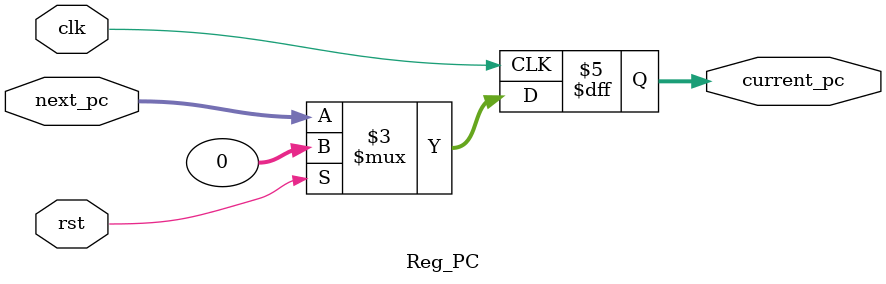
<source format=v>
module Reg_PC (
input clk,
input rst,
input [31:0] next_pc,
output reg [31:0] current_pc
);

always @(posedge clk) begin
    if(rst) begin
        // if reset => current pc = 0
        current_pc <= 32'b0;
    end
    else begin
        // else current pc = next pc
        current_pc <= next_pc;
    end
end


endmodule
</source>
